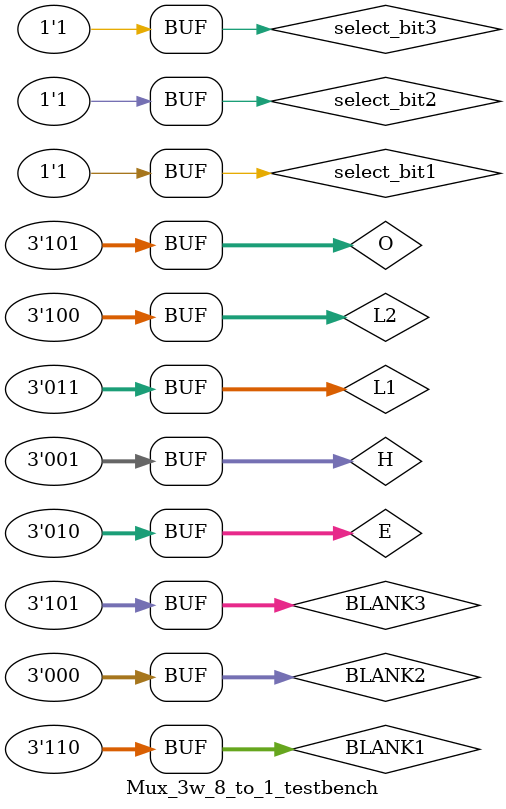
<source format=sv>
module Mux_3w_8_to_1(input select_bit1,select_bit2,select_bit3,input [2:0]H,E,L1,L2,O,BLANK1,BLANK2,BLANK3, output [2:0]z);
    Mux_8_to_1 Mux_8_to_1_part6_1(select_bit1,select_bit2,select_bit3,BLANK1[0],BLANK2[0],BLANK3[0],H[0],E[0],L1[0],L2[0],O[0],z[0]);
    Mux_8_to_1 Mux_8_to_1_part6_2(select_bit1,select_bit2,select_bit3,BLANK1[1],BLANK2[1],BLANK3[1],H[1],E[1],L1[1],L2[1],O[1],z[1]);
    Mux_8_to_1 Mux_8_to_1_part6_3(select_bit1,select_bit2,select_bit3,BLANK1[2],BLANK2[2],BLANK3[2],H[2],E[2],L1[2],L2[2],O[2],z[2]);
endmodule

module Mux_3w_8_to_1_testbench();
    reg [2:0]H,E,L1,L2,O,BLANK1,BLANK2,BLANK3;
    reg select_bit1,select_bit2,select_bit3;
    wire [2:0]z;
 
    Mux_3w_8_to_1 DUT(select_bit1,select_bit2,select_bit3,H,E,L1,L2,O,BLANK1,BLANK2,BLANK3);
    initial begin
        H=1;E=2;L1=3;L2=4;O=5;BLANK1=6;BLANK2=8;BLANK3=5;
        select_bit1=0;select_bit2=0;select_bit3=0;#10;
        select_bit1=0;select_bit2=0;select_bit3=1;#10;
        select_bit1=0;select_bit2=1;select_bit3=0;#10;
        select_bit1=0;select_bit2=1;select_bit3=1;#10;
        select_bit1=1;select_bit2=0;select_bit3=0;#10;
        select_bit1=1;select_bit2=0;select_bit3=1;#10;
        select_bit1=1;select_bit2=1;select_bit3=0;#10;
        select_bit1=1;select_bit2=1;select_bit3=1;#10;
    end
 
 endmodule
</source>
